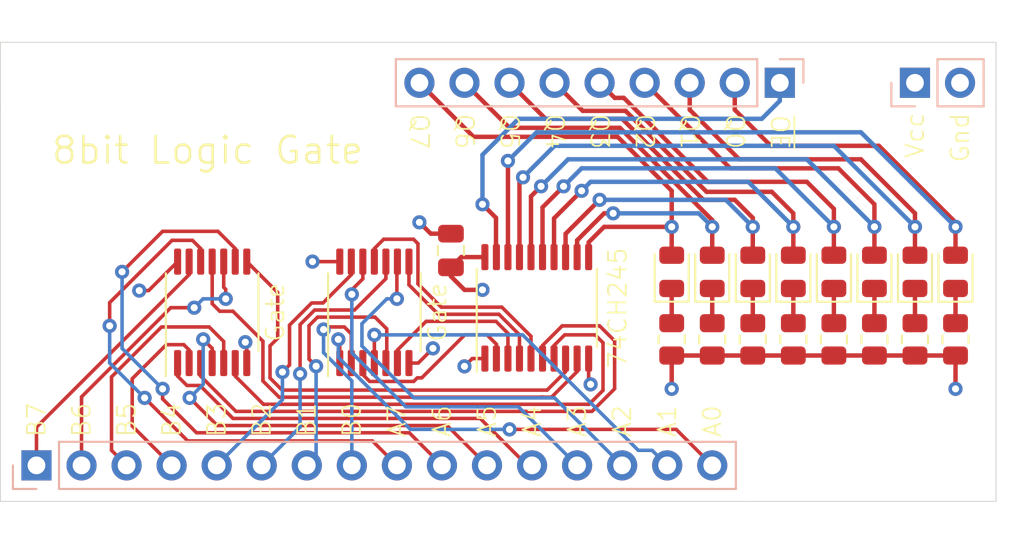
<source format=kicad_pcb>
(kicad_pcb (version 20211014) (generator pcbnew)
  (layers (0 "F.Cu" signal) (1 "In1.Cu" signal) (2 "In2.Cu" signal) (31 "B.Cu" signal) (34 "B.Paste" user) (35 "F.Paste" user) (36 "B.SilkS" user "B.Silkscreen") (37 "F.SilkS" user "F.Silkscreen") (38 "B.Mask" user) (39 "F.Mask" user) (44 "Edge.Cuts" user))
  (net 0 "")
  (net 1 "A0")
  (net 2 "A1")
  (net 3 "A2")
  (net 4 "A3")
  (net 5 "A4")
  (net 6 "A5")
  (net 7 "A6")
  (net 8 "A7")
  (net 9 "B0")
  (net 10 "B1")
  (net 11 "B2")
  (net 12 "B3")
  (net 13 "B4")
  (net 14 "B5")
  (net 15 "B6")
  (net 16 "B7")
  (net 17 "GND")
  (net 18 "VCC")
  (net 19 "Q7")
  (net 20 "Q6")
  (net 21 "Q5")
  (net 22 "Q4")
  (net 23 "Q3")
  (net 24 "Q2")
  (net 25 "Q1")
  (net 26 "Q0")
  (net 27 "~{OUTPUT}")
  (net 28 "Net-(U1-Pad9)")
  (net 29 "Net-(U1-Pad8)")
  (net 30 "Net-(U1-Pad7)")
  (net 31 "Net-(U1-Pad6)")
  (net 32 "Net-(U1-Pad5)")
  (net 33 "Net-(U1-Pad4)")
  (net 34 "Net-(U1-Pad3)")
  (net 35 "Net-(U1-Pad2)")
  (net 36 "Net-(D1-Pad1)")
  (net 37 "Net-(D2-Pad1)")
  (net 38 "Net-(D3-Pad1)")
  (net 39 "Net-(D4-Pad1)")
  (net 40 "Net-(D5-Pad1)")
  (net 41 "Net-(D6-Pad1)")
  (net 42 "Net-(D7-Pad1)")
  (net 43 "Net-(D8-Pad1)")
  (footprint "Package_SO:TSSOP-14_4.4x5mm_P0.65mm" (layer "F.Cu") (at 152.654 118.11 90)
    (fp_text reference "U7" hide)
    (fp_text value "74LS86")
    (fp_text user "Gate" (at 0 3.556 90) (layer "F.SilkS") (effects (font (thickness 0.1))))
    (pad "1" smd roundrect locked (at -2.8625 -1.95 90) (size 1.475 0.4) (layers "F.Cu" "F.Paste" "F.Mask") (net 1 "A0"))
    (pad "2" smd roundrect locked (at -2.8625 -1.3 90) (size 1.475 0.4) (layers "F.Cu" "F.Paste" "F.Mask") (net 9 "B0"))
    (pad "3" smd roundrect locked (at -2.8625 -0.65 90) (size 1.475 0.4) (layers "F.Cu" "F.Paste" "F.Mask") (net 35 "Net-(U1-Pad2)"))
    (pad "4" smd roundrect locked (at -2.8625 0 90) (size 1.475 0.4) (layers "F.Cu" "F.Paste" "F.Mask") (net 2 "A1"))
    (pad "5" smd roundrect locked (at -2.8625 0.65 90) (size 1.475 0.4) (layers "F.Cu" "F.Paste" "F.Mask") (net 10 "B1"))
    (pad "6" smd roundrect locked (at -2.8625 1.3 90) (size 1.475 0.4) (layers "F.Cu" "F.Paste" "F.Mask") (net 34 "Net-(U1-Pad3)"))
    (pad "7" smd roundrect locked (at -2.8625 1.95 90) (size 1.475 0.4) (layers "F.Cu" "F.Paste" "F.Mask") (net 17 "GND"))
    (pad "8" smd roundrect locked (at 2.8625 1.95 90) (size 1.475 0.4) (layers "F.Cu" "F.Paste" "F.Mask") (net 33 "Net-(U1-Pad4)"))
    (pad "9" smd roundrect locked (at 2.8625 1.3 90) (size 1.475 0.4) (layers "F.Cu" "F.Paste" "F.Mask") (net 3 "A2"))
    (pad "10" smd roundrect locked (at 2.8625 0.65 90) (size 1.475 0.4) (layers "F.Cu" "F.Paste" "F.Mask") (net 11 "B2"))
    (pad "11" smd roundrect locked (at 2.8625 0 90) (size 1.475 0.4) (layers "F.Cu" "F.Paste" "F.Mask") (net 32 "Net-(U1-Pad5)"))
    (pad "12" smd roundrect locked (at 2.8625 -0.65 90) (size 1.475 0.4) (layers "F.Cu" "F.Paste" "F.Mask") (net 4 "A3"))
    (pad "13" smd roundrect locked (at 2.8625 -1.3 90) (size 1.475 0.4) (layers "F.Cu" "F.Paste" "F.Mask") (net 12 "B3"))
    (pad "14" smd roundrect locked (at 2.8625 -1.95 90) (size 1.475 0.4) (layers "F.Cu" "F.Paste" "F.Mask") (net 18 "VCC"))
  )
  (footprint "Package_SO:TSSOP-14_4.4x5mm_P0.65mm" (layer "F.Cu") (at 143.51 118.11 90)
    (fp_text reference "U8" hide)
    (fp_text value "74LS86")
    (fp_text user "Gate" (at 0 3.556 90) (layer "F.SilkS") (effects (font (thickness 0.1))))
    (pad "1" smd roundrect locked (at -2.8625 -1.95 90) (size 1.475 0.4) (layers "F.Cu" "F.Paste" "F.Mask") (net 5 "A4"))
    (pad "2" smd roundrect locked (at -2.8625 -1.3 90) (size 1.475 0.4) (layers "F.Cu" "F.Paste" "F.Mask") (net 13 "B4"))
    (pad "3" smd roundrect locked (at -2.8625 -0.65 90) (size 1.475 0.4) (layers "F.Cu" "F.Paste" "F.Mask") (net 31 "Net-(U1-Pad6)"))
    (pad "4" smd roundrect locked (at -2.8625 0 90) (size 1.475 0.4) (layers "F.Cu" "F.Paste" "F.Mask") (net 6 "A5"))
    (pad "5" smd roundrect locked (at -2.8625 0.65 90) (size 1.475 0.4) (layers "F.Cu" "F.Paste" "F.Mask") (net 14 "B5"))
    (pad "6" smd roundrect locked (at -2.8625 1.3 90) (size 1.475 0.4) (layers "F.Cu" "F.Paste" "F.Mask") (net 30 "Net-(U1-Pad7)"))
    (pad "7" smd roundrect locked (at -2.8625 1.95 90) (size 1.475 0.4) (layers "F.Cu" "F.Paste" "F.Mask") (net 17 "GND"))
    (pad "8" smd roundrect locked (at 2.8625 1.95 90) (size 1.475 0.4) (layers "F.Cu" "F.Paste" "F.Mask") (net 29 "Net-(U1-Pad8)"))
    (pad "9" smd roundrect locked (at 2.8625 1.3 90) (size 1.475 0.4) (layers "F.Cu" "F.Paste" "F.Mask") (net 7 "A6"))
    (pad "10" smd roundrect locked (at 2.8625 0.65 90) (size 1.475 0.4) (layers "F.Cu" "F.Paste" "F.Mask") (net 15 "B6"))
    (pad "11" smd roundrect locked (at 2.8625 0 90) (size 1.475 0.4) (layers "F.Cu" "F.Paste" "F.Mask") (net 28 "Net-(U1-Pad9)"))
    (pad "12" smd roundrect locked (at 2.8625 -0.65 90) (size 1.475 0.4) (layers "F.Cu" "F.Paste" "F.Mask") (net 8 "A7"))
    (pad "13" smd roundrect locked (at 2.8625 -1.3 90) (size 1.475 0.4) (layers "F.Cu" "F.Paste" "F.Mask") (net 16 "B7"))
    (pad "14" smd roundrect locked (at 2.8625 -1.95 90) (size 1.475 0.4) (layers "F.Cu" "F.Paste" "F.Mask") (net 18 "VCC"))
  )
  (footprint "Package_SO:TSSOP-20_4.4x6.5mm_P0.65mm" (layer "F.Cu") (at 161.81 117.856 90)
    (fp_text reference "U1" hide)
    (fp_text value "74LS245")
    (fp_text user "74CH245" (at 0 4.56 90) (layer "F.SilkS") (effects (font (thickness 0.1))))
    (pad "1" smd roundrect locked (at -2.8625 -2.925 90) (size 1.475 0.4) (layers "F.Cu" "F.Paste" "F.Mask") (net 18 "VCC"))
    (pad "2" smd roundrect locked (at -2.8625 -2.275 90) (size 1.475 0.4) (layers "F.Cu" "F.Paste" "F.Mask") (net 35 "Net-(U1-Pad2)"))
    (pad "3" smd roundrect locked (at -2.8625 -1.625 90) (size 1.475 0.4) (layers "F.Cu" "F.Paste" "F.Mask") (net 34 "Net-(U1-Pad3)"))
    (pad "4" smd roundrect locked (at -2.8625 -0.975 90) (size 1.475 0.4) (layers "F.Cu" "F.Paste" "F.Mask") (net 33 "Net-(U1-Pad4)"))
    (pad "5" smd roundrect locked (at -2.8625 -0.325 90) (size 1.475 0.4) (layers "F.Cu" "F.Paste" "F.Mask") (net 32 "Net-(U1-Pad5)"))
    (pad "6" smd roundrect locked (at -2.8625 0.325 90) (size 1.475 0.4) (layers "F.Cu" "F.Paste" "F.Mask") (net 31 "Net-(U1-Pad6)"))
    (pad "7" smd roundrect locked (at -2.8625 0.975 90) (size 1.475 0.4) (layers "F.Cu" "F.Paste" "F.Mask") (net 30 "Net-(U1-Pad7)"))
    (pad "8" smd roundrect locked (at -2.8625 1.625 90) (size 1.475 0.4) (layers "F.Cu" "F.Paste" "F.Mask") (net 29 "Net-(U1-Pad8)"))
    (pad "9" smd roundrect locked (at -2.8625 2.275 90) (size 1.475 0.4) (layers "F.Cu" "F.Paste" "F.Mask") (net 28 "Net-(U1-Pad9)"))
    (pad "10" smd roundrect locked (at -2.8625 2.925 90) (size 1.475 0.4) (layers "F.Cu" "F.Paste" "F.Mask") (net 17 "GND"))
    (pad "11" smd roundrect locked (at 2.8625 2.925 90) (size 1.475 0.4) (layers "F.Cu" "F.Paste" "F.Mask") (net 19 "Q7"))
    (pad "12" smd roundrect locked (at 2.8625 2.275 90) (size 1.475 0.4) (layers "F.Cu" "F.Paste" "F.Mask") (net 20 "Q6"))
    (pad "13" smd roundrect locked (at 2.8625 1.625 90) (size 1.475 0.4) (layers "F.Cu" "F.Paste" "F.Mask") (net 21 "Q5"))
    (pad "14" smd roundrect locked (at 2.8625 0.975 90) (size 1.475 0.4) (layers "F.Cu" "F.Paste" "F.Mask") (net 22 "Q4"))
    (pad "15" smd roundrect locked (at 2.8625 0.325 90) (size 1.475 0.4) (layers "F.Cu" "F.Paste" "F.Mask") (net 23 "Q3"))
    (pad "16" smd roundrect locked (at 2.8625 -0.325 90) (size 1.475 0.4) (layers "F.Cu" "F.Paste" "F.Mask") (net 24 "Q2"))
    (pad "17" smd roundrect locked (at 2.8625 -0.975 90) (size 1.475 0.4) (layers "F.Cu" "F.Paste" "F.Mask") (net 25 "Q1"))
    (pad "18" smd roundrect locked (at 2.8625 -1.625 90) (size 1.475 0.4) (layers "F.Cu" "F.Paste" "F.Mask") (net 26 "Q0"))
    (pad "19" smd roundrect locked (at 2.8625 -2.275 90) (size 1.475 0.4) (layers "F.Cu" "F.Paste" "F.Mask") (net 27 "~{OUTPUT}"))
    (pad "20" smd roundrect locked (at 2.8625 -2.925 90) (size 1.475 0.4) (layers "F.Cu" "F.Paste" "F.Mask") (net 18 "VCC"))
  )
  (footprint "Capacitor_SMD:C_0805_2012Metric" (layer "F.Cu") (at 156.972 114.62 90)
    (fp_text reference "C1" hide)
    (fp_text value "C")
    (pad "1" smd roundrect locked (at -0.95 0 90) (size 1 1.45) (layers "F.Cu" "F.Paste" "F.Mask") (net 18 "VCC"))
    (pad "2" smd roundrect locked (at 0.95 0 90) (size 1 1.45) (layers "F.Cu" "F.Paste" "F.Mask") (net 17 "GND"))
  )
  (footprint "LED_SMD:LED_0805_2012Metric" (layer "F.Cu") (at 169.418 115.824 90)
    (fp_text reference "D1" hide)
    (fp_text value "LED")
    (pad "1" smd roundrect locked (at -0.9375 0 90) (size 0.975 1.4) (layers "F.Cu" "F.Paste" "F.Mask") (net 36 "Net-(D1-Pad1)"))
    (pad "2" smd roundrect locked (at 0.9375 0 90) (size 0.975 1.4) (layers "F.Cu" "F.Paste" "F.Mask") (net 19 "Q7"))
  )
  (footprint "LED_SMD:LED_0805_2012Metric" (layer "F.Cu") (at 171.704 115.824 90)
    (fp_text reference "D2" hide)
    (fp_text value "LED")
    (pad "1" smd roundrect locked (at -0.9375 0 90) (size 0.975 1.4) (layers "F.Cu" "F.Paste" "F.Mask") (net 37 "Net-(D2-Pad1)"))
    (pad "2" smd roundrect locked (at 0.9375 0 90) (size 0.975 1.4) (layers "F.Cu" "F.Paste" "F.Mask") (net 20 "Q6"))
  )
  (footprint "LED_SMD:LED_0805_2012Metric" (layer "F.Cu") (at 173.99 115.824 90)
    (fp_text reference "D3" hide)
    (fp_text value "LED")
    (pad "1" smd roundrect locked (at -0.9375 0 90) (size 0.975 1.4) (layers "F.Cu" "F.Paste" "F.Mask") (net 38 "Net-(D3-Pad1)"))
    (pad "2" smd roundrect locked (at 0.9375 0 90) (size 0.975 1.4) (layers "F.Cu" "F.Paste" "F.Mask") (net 21 "Q5"))
  )
  (footprint "LED_SMD:LED_0805_2012Metric" (layer "F.Cu") (at 176.276 115.824 90)
    (fp_text reference "D4" hide)
    (fp_text value "LED")
    (pad "1" smd roundrect locked (at -0.9375 0 90) (size 0.975 1.4) (layers "F.Cu" "F.Paste" "F.Mask") (net 39 "Net-(D4-Pad1)"))
    (pad "2" smd roundrect locked (at 0.9375 0 90) (size 0.975 1.4) (layers "F.Cu" "F.Paste" "F.Mask") (net 22 "Q4"))
  )
  (footprint "LED_SMD:LED_0805_2012Metric" (layer "F.Cu") (at 178.562 115.824 90)
    (fp_text reference "D5" hide)
    (fp_text value "LED")
    (pad "1" smd roundrect locked (at -0.9375 0 90) (size 0.975 1.4) (layers "F.Cu" "F.Paste" "F.Mask") (net 40 "Net-(D5-Pad1)"))
    (pad "2" smd roundrect locked (at 0.9375 0 90) (size 0.975 1.4) (layers "F.Cu" "F.Paste" "F.Mask") (net 23 "Q3"))
  )
  (footprint "LED_SMD:LED_0805_2012Metric" (layer "F.Cu") (at 180.848 115.824 90)
    (fp_text reference "D6" hide)
    (fp_text value "LED")
    (pad "1" smd roundrect locked (at -0.9375 0 90) (size 0.975 1.4) (layers "F.Cu" "F.Paste" "F.Mask") (net 41 "Net-(D6-Pad1)"))
    (pad "2" smd roundrect locked (at 0.9375 0 90) (size 0.975 1.4) (layers "F.Cu" "F.Paste" "F.Mask") (net 24 "Q2"))
  )
  (footprint "LED_SMD:LED_0805_2012Metric" (layer "F.Cu") (at 183.134 115.824 90)
    (fp_text reference "D7" hide)
    (fp_text value "LED")
    (pad "1" smd roundrect locked (at -0.9375 0 90) (size 0.975 1.4) (layers "F.Cu" "F.Paste" "F.Mask") (net 42 "Net-(D7-Pad1)"))
    (pad "2" smd roundrect locked (at 0.9375 0 90) (size 0.975 1.4) (layers "F.Cu" "F.Paste" "F.Mask") (net 25 "Q1"))
  )
  (footprint "LED_SMD:LED_0805_2012Metric" (layer "F.Cu") (at 185.42 115.824 90)
    (fp_text reference "D8" hide)
    (fp_text value "LED")
    (pad "1" smd roundrect locked (at -0.9375 0 90) (size 0.975 1.4) (layers "F.Cu" "F.Paste" "F.Mask") (net 43 "Net-(D8-Pad1)"))
    (pad "2" smd roundrect locked (at 0.9375 0 90) (size 0.975 1.4) (layers "F.Cu" "F.Paste" "F.Mask") (net 26 "Q0"))
  )
  (footprint "Resistor_SMD:R_0805_2012Metric" (layer "F.Cu") (at 169.418 119.634 -90)
    (fp_text reference "R1" hide)
    (fp_text value "R_US")
    (pad "1" smd roundrect locked (at -0.9125 0 270) (size 1.025 1.4) (layers "F.Cu" "F.Paste" "F.Mask") (roundrect_rratio 0.2439014634) (net 36 "Net-(D1-Pad1)"))
    (pad "2" smd roundrect locked (at 0.9125 0 270) (size 1.025 1.4) (layers "F.Cu" "F.Paste" "F.Mask") (roundrect_rratio 0.2439014634) (net 17 "GND"))
  )
  (footprint "Resistor_SMD:R_0805_2012Metric" (layer "F.Cu") (at 171.704 119.634 -90)
    (fp_text reference "R2" hide)
    (fp_text value "R_US")
    (pad "1" smd roundrect locked (at -0.9125 0 270) (size 1.025 1.4) (layers "F.Cu" "F.Paste" "F.Mask") (roundrect_rratio 0.2439014634) (net 37 "Net-(D2-Pad1)"))
    (pad "2" smd roundrect locked (at 0.9125 0 270) (size 1.025 1.4) (layers "F.Cu" "F.Paste" "F.Mask") (roundrect_rratio 0.2439014634) (net 17 "GND"))
  )
  (footprint "Resistor_SMD:R_0805_2012Metric" (layer "F.Cu") (at 173.99 119.634 -90)
    (fp_text reference "R3" hide)
    (fp_text value "R_US")
    (pad "1" smd roundrect locked (at -0.9125 0 270) (size 1.025 1.4) (layers "F.Cu" "F.Paste" "F.Mask") (roundrect_rratio 0.2439014634) (net 38 "Net-(D3-Pad1)"))
    (pad "2" smd roundrect locked (at 0.9125 0 270) (size 1.025 1.4) (layers "F.Cu" "F.Paste" "F.Mask") (roundrect_rratio 0.2439014634) (net 17 "GND"))
  )
  (footprint "Resistor_SMD:R_0805_2012Metric" (layer "F.Cu") (at 176.276 119.634 -90)
    (fp_text reference "R4" hide)
    (fp_text value "R_US")
    (pad "1" smd roundrect locked (at -0.9125 0 270) (size 1.025 1.4) (layers "F.Cu" "F.Paste" "F.Mask") (roundrect_rratio 0.2439014634) (net 39 "Net-(D4-Pad1)"))
    (pad "2" smd roundrect locked (at 0.9125 0 270) (size 1.025 1.4) (layers "F.Cu" "F.Paste" "F.Mask") (roundrect_rratio 0.2439014634) (net 17 "GND"))
  )
  (footprint "Resistor_SMD:R_0805_2012Metric" (layer "F.Cu") (at 178.562 119.634 -90)
    (fp_text reference "R5" hide)
    (fp_text value "R_US")
    (pad "1" smd roundrect locked (at -0.9125 0 270) (size 1.025 1.4) (layers "F.Cu" "F.Paste" "F.Mask") (roundrect_rratio 0.2439014634) (net 40 "Net-(D5-Pad1)"))
    (pad "2" smd roundrect locked (at 0.9125 0 270) (size 1.025 1.4) (layers "F.Cu" "F.Paste" "F.Mask") (roundrect_rratio 0.2439014634) (net 17 "GND"))
  )
  (footprint "Resistor_SMD:R_0805_2012Metric" (layer "F.Cu") (at 180.848 119.634 -90)
    (fp_text reference "R6" hide)
    (fp_text value "R_US")
    (pad "1" smd roundrect locked (at -0.9125 0 270) (size 1.025 1.4) (layers "F.Cu" "F.Paste" "F.Mask") (roundrect_rratio 0.2439014634) (net 41 "Net-(D6-Pad1)"))
    (pad "2" smd roundrect locked (at 0.9125 0 270) (size 1.025 1.4) (layers "F.Cu" "F.Paste" "F.Mask") (roundrect_rratio 0.2439014634) (net 17 "GND"))
  )
  (footprint "Resistor_SMD:R_0805_2012Metric" (layer "F.Cu") (at 183.134 119.634 -90)
    (fp_text reference "R7" hide)
    (fp_text value "R_US")
    (pad "1" smd roundrect locked (at -0.9125 0 270) (size 1.025 1.4) (layers "F.Cu" "F.Paste" "F.Mask") (roundrect_rratio 0.2439014634) (net 42 "Net-(D7-Pad1)"))
    (pad "2" smd roundrect locked (at 0.9125 0 270) (size 1.025 1.4) (layers "F.Cu" "F.Paste" "F.Mask") (roundrect_rratio 0.2439014634) (net 17 "GND"))
  )
  (footprint "Resistor_SMD:R_0805_2012Metric" (layer "F.Cu") (at 185.42 119.634 -90)
    (fp_text reference "R8" hide)
    (fp_text value "R_US")
    (pad "1" smd roundrect locked (at -0.9125 0 270) (size 1.025 1.4) (layers "F.Cu" "F.Paste" "F.Mask") (roundrect_rratio 0.2439014634) (net 43 "Net-(D8-Pad1)"))
    (pad "2" smd roundrect locked (at 0.9125 0 270) (size 1.025 1.4) (layers "F.Cu" "F.Paste" "F.Mask") (roundrect_rratio 0.2439014634) (net 17 "GND"))
  )
  (footprint "Connector_PinSocket_2.54mm:PinSocket_1x16_P2.54mm_Vertical" (layer "B.Cu") (at 133.604 126.746 -90)
    (fp_text reference "J1" hide)
    (fp_text value "Conn_01x16")
    (pad "1" thru_hole rect locked (at 0 0 270) (size 1.7 1.7) (drill 1) (layers *.Cu *.Mask) (net 16 "B7"))
    (pad "2" thru_hole oval locked (at 0 -2.54 270) (size 1.7 1.7) (drill 1) (layers *.Cu *.Mask) (net 15 "B6"))
    (pad "3" thru_hole oval locked (at 0 -5.08 270) (size 1.7 1.7) (drill 1) (layers *.Cu *.Mask) (net 14 "B5"))
    (pad "4" thru_hole oval locked (at 0 -7.62 270) (size 1.7 1.7) (drill 1) (layers *.Cu *.Mask) (net 13 "B4"))
    (pad "5" thru_hole oval locked (at 0 -10.16 270) (size 1.7 1.7) (drill 1) (layers *.Cu *.Mask) (net 12 "B3"))
    (pad "6" thru_hole oval locked (at 0 -12.7 270) (size 1.7 1.7) (drill 1) (layers *.Cu *.Mask) (net 11 "B2"))
    (pad "7" thru_hole oval locked (at 0 -15.24 270) (size 1.7 1.7) (drill 1) (layers *.Cu *.Mask) (net 10 "B1"))
    (pad "8" thru_hole oval locked (at 0 -17.78 270) (size 1.7 1.7) (drill 1) (layers *.Cu *.Mask) (net 9 "B0"))
    (pad "9" thru_hole oval locked (at 0 -20.32 270) (size 1.7 1.7) (drill 1) (layers *.Cu *.Mask) (net 8 "A7"))
    (pad "10" thru_hole oval locked (at 0 -22.86 270) (size 1.7 1.7) (drill 1) (layers *.Cu *.Mask) (net 7 "A6"))
    (pad "11" thru_hole oval locked (at 0 -25.4 270) (size 1.7 1.7) (drill 1) (layers *.Cu *.Mask) (net 6 "A5"))
    (pad "12" thru_hole oval locked (at 0 -27.94 270) (size 1.7 1.7) (drill 1) (layers *.Cu *.Mask) (net 5 "A4"))
    (pad "13" thru_hole oval locked (at 0 -30.48 270) (size 1.7 1.7) (drill 1) (layers *.Cu *.Mask) (net 4 "A3"))
    (pad "14" thru_hole oval locked (at 0 -33.02 270) (size 1.7 1.7) (drill 1) (layers *.Cu *.Mask) (net 3 "A2"))
    (pad "15" thru_hole oval locked (at 0 -35.56 270) (size 1.7 1.7) (drill 1) (layers *.Cu *.Mask) (net 2 "A1"))
    (pad "16" thru_hole oval locked (at 0 -38.1 270) (size 1.7 1.7) (drill 1) (layers *.Cu *.Mask) (net 1 "A0"))
  )
  (footprint "Connector_PinSocket_2.54mm:PinSocket_1x02_P2.54mm_Vertical" (layer "B.Cu") (at 183.134 105.156 -90)
    (fp_text reference "J2" hide)
    (fp_text value "Conn_01x02")
    (pad "1" thru_hole rect locked (at 0 0 270) (size 1.7 1.7) (drill 1) (layers *.Cu *.Mask) (net 18 "VCC"))
    (pad "2" thru_hole oval locked (at 0 -2.54 270) (size 1.7 1.7) (drill 1) (layers *.Cu *.Mask) (net 17 "GND"))
  )
  (footprint "Connector_PinSocket_2.54mm:PinSocket_1x09_P2.54mm_Vertical" (layer "B.Cu") (at 175.514 105.156 90)
    (fp_text reference "J3" hide)
    (fp_text value "Conn_01x09")
    (pad "1" thru_hole rect locked (at 0 0 90) (size 1.7 1.7) (drill 1) (layers *.Cu *.Mask) (net 27 "~{OUTPUT}"))
    (pad "2" thru_hole oval locked (at 0 -2.54 90) (size 1.7 1.7) (drill 1) (layers *.Cu *.Mask) (net 26 "Q0"))
    (pad "3" thru_hole oval locked (at 0 -5.08 90) (size 1.7 1.7) (drill 1) (layers *.Cu *.Mask) (net 25 "Q1"))
    (pad "4" thru_hole oval locked (at 0 -7.62 90) (size 1.7 1.7) (drill 1) (layers *.Cu *.Mask) (net 24 "Q2"))
    (pad "5" thru_hole oval locked (at 0 -10.16 90) (size 1.7 1.7) (drill 1) (layers *.Cu *.Mask) (net 23 "Q3"))
    (pad "6" thru_hole oval locked (at 0 -12.7 90) (size 1.7 1.7) (drill 1) (layers *.Cu *.Mask) (net 22 "Q4"))
    (pad "7" thru_hole oval locked (at 0 -15.24 90) (size 1.7 1.7) (drill 1) (layers *.Cu *.Mask) (net 21 "Q5"))
    (pad "8" thru_hole oval locked (at 0 -17.78 90) (size 1.7 1.7) (drill 1) (layers *.Cu *.Mask) (net 20 "Q6"))
    (pad "9" thru_hole oval locked (at 0 -20.32 90) (size 1.7 1.7) (drill 1) (layers *.Cu *.Mask) (net 19 "Q7"))
  )
  (gr_line (start 187.706 128.778) (end 173.736 128.778) (layer "Edge.Cuts") (width 0.05))
  (gr_line (start 187.706 102.87) (end 187.706 106.68) (layer "Edge.Cuts") (width 0.05))
  (gr_line (start 131.572 102.87) (end 131.572 106.68) (layer "Edge.Cuts") (width 0.05))
  (gr_line (start 156.972 102.87) (end 187.706 102.87) (layer "Edge.Cuts") (width 0.05))
  (gr_line (start 187.706 106.68) (end 187.706 128.778) (layer "Edge.Cuts") (width 0.05))
  (gr_line (start 156.972 102.87) (end 131.572 102.87) (layer "Edge.Cuts") (width 0.05))
  (gr_line (start 131.572 128.778) (end 131.572 106.68) (layer "Edge.Cuts") (width 0.05))
  (gr_line (start 173.736 128.778) (end 131.572 128.778) (layer "Edge.Cuts") (width 0.05))
  (gr_text "Q6" (at 157.734 108.966 270) (layer "F.SilkS") (effects (font (size 1 1) (thickness 0.1)) (justify right)))
  (gr_text "Q7" (at 155.194 108.966 270) (layer "F.SilkS") (effects (font (size 1 1) (thickness 0.1)) (justify right)))
  (gr_text "Q0" (at 172.974 108.966 270) (layer "F.SilkS") (effects (font (size 1 1) (thickness 0.1)) (justify right)))
  (gr_text "Q1" (at 170.434 108.966 270) (layer "F.SilkS") (effects (font (size 1 1) (thickness 0.1)) (justify right)))
  (gr_text "Q2" (at 167.894 108.966 270) (layer "F.SilkS") (effects (font (size 1 1) (thickness 0.1)) (justify right)))
  (gr_text "Q3" (at 165.354 108.966 270) (layer "F.SilkS") (effects (font (size 1 1) (thickness 0.1)) (justify right)))
  (gr_text "Q4" (at 162.814 108.966 270) (layer "F.SilkS") (effects (font (size 1 1) (thickness 0.1)) (justify right)))
  (gr_text "Q5" (at 160.274 108.966 270) (layer "F.SilkS") (effects (font (size 1 1) (thickness 0.1)) (justify right)))
  (gr_text "B7" (at 133.604 125.222 90) (layer "F.SilkS") (effects (font (size 1 1) (thickness 0.1)) (justify left)))
  (gr_text "B6" (at 136.144 125.222 90) (layer "F.SilkS") (effects (font (size 1 1) (thickness 0.1)) (justify left)))
  (gr_text "B5" (at 138.684 125.222 90) (layer "F.SilkS") (effects (font (size 1 1) (thickness 0.1)) (justify left)))
  (gr_text "B4" (at 141.224 125.222 90) (layer "F.SilkS") (effects (font (size 1 1) (thickness 0.1)) (justify left)))
  (gr_text "B3" (at 143.764 125.222 90) (layer "F.SilkS") (effects (font (size 1 1) (thickness 0.1)) (justify left)))
  (gr_text "B2" (at 146.304 125.222 90) (layer "F.SilkS") (effects (font (size 1 1) (thickness 0.1)) (justify left)))
  (gr_text "B1" (at 148.844 125.222 90) (layer "F.SilkS") (effects (font (size 1 1) (thickness 0.1)) (justify left)))
  (gr_text "B0" (at 151.384 125.222 90) (layer "F.SilkS") (effects (font (size 1 1) (thickness 0.1)) (justify left)))
  (gr_text "A7" (at 153.924 125.222 90) (layer "F.SilkS") (effects (font (size 1 1) (thickness 0.1)) (justify left)))
  (gr_text "A6" (at 156.464 125.222 90) (layer "F.SilkS") (effects (font (size 1 1) (thickness 0.1)) (justify left)))
  (gr_text "A5" (at 159.004 125.222 90) (layer "F.SilkS") (effects (font (size 1 1) (thickness 0.1)) (justify left)))
  (gr_text "A4" (at 161.544 125.222 90) (layer "F.SilkS") (effects (font (size 1 1) (thickness 0.1)) (justify left)))
  (gr_text "A3" (at 164.084 125.222 90) (layer "F.SilkS") (effects (font (size 1 1) (thickness 0.1)) (justify left)))
  (gr_text "A2" (at 166.624 125.222 90) (layer "F.SilkS") (effects (font (size 1 1) (thickness 0.1)) (justify left)))
  (gr_text "A1" (at 169.164 125.222 90) (layer "F.SilkS") (effects (font (size 1 1) (thickness 0.1)) (justify left)))
  (gr_text "A0" (at 171.704 125.222 90) (layer "F.SilkS") (effects (font (size 1 1) (thickness 0.1)) (justify left)))
  (gr_text "Vcc" (at 183.134 109.474 90) (layer "F.SilkS") (effects (font (size 1 1) (thickness 0.1)) (justify left)))
  (gr_text "Gnd" (at 185.674 109.728 90) (layer "F.SilkS") (effects (font (size 1 1) (thickness 0.1)) (justify left)))
  (gr_text "8bit Logic Gate\n" (at 134.366 108.966) (layer "F.SilkS") (effects (font (size 1.5 1.5)) (justify left)))
  (gr_text "~{OE}" (at 175.514 107.95 270) (layer "F.SilkS") (effects (font (size 1 1) (thickness 0.1))))
  (segment (start 169.672 124.714) (end 160.274 124.714) (width 0.2) (layer "F.Cu") (net 1))
  (segment (start 150.704 119.552) (end 150.622 119.634) (width 0.2) (layer "F.Cu") (net 1))
  (segment (start 150.704 120.9725) (end 150.704 119.552) (width 0.2) (layer "F.Cu") (net 1))
  (segment (start 171.704 126.746) (end 169.672 124.714) (width 0.2) (layer "F.Cu") (net 1))
  (via (at 150.622 119.634) (size 0.8) (drill 0.4) (layers "F.Cu" "B.Cu") (net 1))
  (via (at 160.274 124.714) (size 0.8) (drill 0.4) (layers "F.Cu" "B.Cu") (net 1))
  (segment (start 150.622 119.634) (end 150.622 120.65) (width 0.2) (layer "B.Cu") (net 1))
  (segment (start 150.622 120.65) (end 154.686 124.714) (width 0.2) (layer "B.Cu") (net 1))
  (segment (start 154.686 124.714) (end 160.274 124.714) (width 0.2) (layer "B.Cu") (net 1))
  (segment (start 152.654 119.38) (end 152.654 120.9725) (width 0.2) (layer "F.Cu") (net 2))
  (via (at 152.654 119.38) (size 0.8) (drill 0.4) (layers "F.Cu" "B.Cu") (net 2))
  (segment (start 153.219685 119.38) (end 152.654 119.38) (width 0.2) (layer "B.Cu") (net 2))
  (segment (start 169.164 126.746) (end 168.314001 125.896001) (width 0.2) (layer "B.Cu") (net 2))
  (segment (start 167.531999 125.896001) (end 161.015998 119.38) (width 0.2) (layer "B.Cu") (net 2))
  (segment (start 168.314001 125.896001) (end 167.531999 125.896001) (width 0.2) (layer "B.Cu") (net 2))
  (segment (start 161.015998 119.38) (end 153.219685 119.38) (width 0.2) (layer "B.Cu") (net 2))
  (segment (start 153.924 115.2775) (end 153.954 115.2475) (width 0.2) (layer "F.Cu") (net 3))
  (segment (start 153.924 117.348) (end 153.924 115.2775) (width 0.2) (layer "F.Cu") (net 3))
  (via (at 153.924 117.348) (size 0.8) (drill 0.4) (layers "F.Cu" "B.Cu") (net 3))
  (segment (start 154.8823 122.936) (end 151.953998 120.007698) (width 0.2) (layer "B.Cu") (net 3))
  (segment (start 151.953998 118.752317) (end 153.358315 117.348) (width 0.2) (layer "B.Cu") (net 3))
  (segment (start 153.358315 117.348) (end 153.924 117.348) (width 0.2) (layer "B.Cu") (net 3))
  (segment (start 166.624 126.746) (end 162.814 122.936) (width 0.2) (layer "B.Cu") (net 3))
  (segment (start 151.953998 120.007698) (end 151.953998 118.752317) (width 0.2) (layer "B.Cu") (net 3))
  (segment (start 162.814 122.936) (end 154.8823 122.936) (width 0.2) (layer "B.Cu") (net 3))
  (segment (start 151.384 116.84) (end 151.384 117.094) (width 0.2) (layer "F.Cu") (net 4))
  (segment (start 152.004 116.22) (end 151.384 116.84) (width 0.2) (layer "F.Cu") (net 4))
  (segment (start 152.004 115.2475) (end 152.004 116.22) (width 0.2) (layer "F.Cu") (net 4))
  (via (at 151.384 117.094) (size 0.8) (drill 0.4) (layers "F.Cu" "B.Cu") (net 4))
  (segment (start 160.782 123.444) (end 164.084 126.746) (width 0.2) (layer "B.Cu") (net 4))
  (segment (start 151.384 117.094) (end 151.384 120.396) (width 0.2) (layer "B.Cu") (net 4))
  (segment (start 154.432 123.444) (end 160.782 123.444) (width 0.2) (layer "B.Cu") (net 4))
  (segment (start 151.384 120.396) (end 154.432 123.444) (width 0.2) (layer "B.Cu") (net 4))
  (segment (start 141.56 121.71) (end 142.085999 122.235999) (width 0.2) (layer "F.Cu") (net 5))
  (segment (start 142.085999 122.235999) (end 142.820299 122.235999) (width 0.2) (layer "F.Cu") (net 5))
  (segment (start 144.682311 124.098011) (end 158.622009 124.098011) (width 0.2) (layer "F.Cu") (net 5))
  (segment (start 161.269998 126.746) (end 161.544 126.746) (width 0.2) (layer "F.Cu") (net 5))
  (segment (start 142.820299 122.235999) (end 144.682311 124.098011) (width 0.2) (layer "F.Cu") (net 5))
  (segment (start 158.622009 124.098011) (end 161.269998 126.746) (width 0.2) (layer "F.Cu") (net 5))
  (segment (start 141.56 120.9725) (end 141.56 121.71) (width 0.2) (layer "F.Cu") (net 5))
  (segment (start 156.756022 124.498022) (end 143.802022 124.498022) (width 0.2) (layer "F.Cu") (net 6))
  (segment (start 143.51 120.142) (end 143.51 120.9725) (width 0.2) (layer "F.Cu") (net 6))
  (segment (start 143.802022 124.498022) (end 142.24 122.936) (width 0.2) (layer "F.Cu") (net 6))
  (segment (start 159.004 126.746) (end 156.756022 124.498022) (width 0.2) (layer "F.Cu") (net 6))
  (segment (start 143.002 119.634) (end 143.51 120.142) (width 0.2) (layer "F.Cu") (net 6))
  (via (at 143.002 119.634) (size 0.8) (drill 0.4) (layers "F.Cu" "B.Cu") (net 6))
  (via (at 142.24 122.936) (size 0.8) (drill 0.4) (layers "F.Cu" "B.Cu") (net 6))
  (segment (start 143.002 119.634) (end 143.002 122.174) (width 0.2) (layer "B.Cu") (net 6))
  (segment (start 143.002 122.174) (end 142.24 122.936) (width 0.2) (layer "B.Cu") (net 6))
  (segment (start 144.81 114.51) (end 143.838 113.538) (width 0.2) (layer "F.Cu") (net 7))
  (segment (start 140.716 122.993685) (end 140.716 122.428) (width 0.2) (layer "F.Cu") (net 7))
  (segment (start 142.628316 124.906001) (end 140.716 122.993685) (width 0.2) (layer "F.Cu") (net 7))
  (segment (start 143.838 113.538) (end 140.716 113.538) (width 0.2) (layer "F.Cu") (net 7))
  (segment (start 154.624002 124.906002) (end 142.628316 124.906001) (width 0.2) (layer "F.Cu") (net 7))
  (segment (start 144.81 115.2475) (end 144.81 114.51) (width 0.2) (layer "F.Cu") (net 7))
  (segment (start 156.464 126.746) (end 154.624002 124.906002) (width 0.2) (layer "F.Cu") (net 7))
  (segment (start 140.716 113.538) (end 138.43 115.824) (width 0.2) (layer "F.Cu") (net 7))
  (via (at 138.43 115.824) (size 0.8) (drill 0.4) (layers "F.Cu" "B.Cu") (net 7))
  (via (at 140.716 122.428) (size 0.8) (drill 0.4) (layers "F.Cu" "B.Cu") (net 7))
  (segment (start 138.43 120.142) (end 140.716 122.428) (width 0.2) (layer "B.Cu") (net 7))
  (segment (start 138.43 115.824) (end 138.43 120.142) (width 0.2) (layer "B.Cu") (net 7))
  (segment (start 152.545999 125.367999) (end 142.131999 125.367999) (width 0.2) (layer "F.Cu") (net 8))
  (segment (start 142.396 114.046) (end 141.244002 114.046) (width 0.2) (layer "F.Cu") (net 8))
  (segment (start 137.72999 117.560012) (end 137.72999 118.872) (width 0.2) (layer "F.Cu") (net 8))
  (segment (start 142.86 115.2475) (end 142.86 114.51) (width 0.2) (layer "F.Cu") (net 8))
  (segment (start 142.131999 125.367999) (end 139.7 122.936) (width 0.2) (layer "F.Cu") (net 8))
  (segment (start 153.924 126.746) (end 152.545999 125.367999) (width 0.2) (layer "F.Cu") (net 8))
  (segment (start 141.244002 114.046) (end 137.72999 117.560012) (width 0.2) (layer "F.Cu") (net 8))
  (segment (start 142.86 114.51) (end 142.396 114.046) (width 0.2) (layer "F.Cu") (net 8))
  (via (at 139.7 122.936) (size 0.8) (drill 0.4) (layers "F.Cu" "B.Cu") (net 8))
  (via (at 137.72999 118.872) (size 0.8) (drill 0.4) (layers "F.Cu" "B.Cu") (net 8))
  (segment (start 137.72999 120.96599) (end 139.7 122.936) (width 0.2) (layer "B.Cu") (net 8))
  (segment (start 137.72999 118.872) (end 137.72999 120.96599) (width 0.2) (layer "B.Cu") (net 8))
  (segment (start 150.958002 118.933998) (end 149.935236 118.933998) (width 0.2) (layer "F.Cu") (net 9))
  (segment (start 151.354 119.329996) (end 150.958002 118.933998) (width 0.2) (layer "F.Cu") (net 9))
  (segment (start 151.354 120.9725) (end 151.354 119.329996) (width 0.2) (layer "F.Cu") (net 9))
  (segment (start 149.935236 118.933998) (end 149.78994 119.079294) (width 0.2) (layer "F.Cu") (net 9))
  (via (at 149.78994 119.079294) (size 0.8) (drill 0.4) (layers "F.Cu" "B.Cu") (net 9))
  (segment (start 149.78994 120.38364) (end 149.78994 119.079294) (width 0.2) (layer "B.Cu") (net 9))
  (segment (start 151.384 126.746) (end 151.384 121.9777) (width 0.2) (layer "B.Cu") (net 9))
  (segment (start 151.384 121.9777) (end 149.78994 120.38364) (width 0.2) (layer "B.Cu") (net 9))
  (segment (start 149.453939 118.379293) (end 148.969316 118.863916) (width 0.2) (layer "F.Cu") (net 10))
  (segment (start 148.969316 118.863916) (end 148.969316 120.749613) (width 0.2) (layer "F.Cu") (net 10))
  (segment (start 153.354001 120.922499) (end 153.354001 119.043999) (width 0.2) (layer "F.Cu") (net 10))
  (segment (start 148.969316 120.749613) (end 149.369315 121.149612) (width 0.2) (layer "F.Cu") (net 10))
  (segment (start 153.354001 119.043999) (end 152.689295 118.379293) (width 0.2) (layer "F.Cu") (net 10))
  (segment (start 152.689295 118.379293) (end 149.453939 118.379293) (width 0.2) (layer "F.Cu") (net 10))
  (segment (start 153.304 120.9725) (end 153.354001 120.922499) (width 0.2) (layer "F.Cu") (net 10))
  (via (at 149.369315 121.149612) (size 0.8) (drill 0.4) (layers "F.Cu" "B.Cu") (net 10))
  (segment (start 148.844 126.746) (end 149.369315 126.220685) (width 0.2) (layer "B.Cu") (net 10))
  (segment (start 149.369315 126.220685) (end 149.369315 121.149612) (width 0.2) (layer "B.Cu") (net 10))
  (segment (start 153.304 116.210004) (end 151.534722 117.979282) (width 0.2) (layer "F.Cu") (net 11))
  (segment (start 148.46618 118.801352) (end 148.46618 121.578999) (width 0.2) (layer "F.Cu") (net 11))
  (segment (start 151.534722 117.979282) (end 149.28825 117.979282) (width 0.2) (layer "F.Cu") (net 11))
  (segment (start 149.28825 117.979282) (end 148.46618 118.801352) (width 0.2) (layer "F.Cu") (net 11))
  (segment (start 153.304 115.2475) (end 153.304 116.210004) (width 0.2) (layer "F.Cu") (net 11))
  (via (at 148.46618 121.578999) (size 0.8) (drill 0.4) (layers "F.Cu" "B.Cu") (net 11))
  (segment (start 148.46618 124.58382) (end 148.46618 121.578999) (width 0.2) (layer "B.Cu") (net 11))
  (segment (start 146.304 126.746) (end 148.46618 124.58382) (width 0.2) (layer "B.Cu") (net 11))
  (segment (start 147.871274 121.078158) (end 147.471275 121.478157) (width 0.2) (layer "F.Cu") (net 12))
  (segment (start 147.871274 118.830558) (end 147.871274 121.078158) (width 0.2) (layer "F.Cu") (net 12))
  (segment (start 149.122561 117.579271) (end 147.871274 118.830558) (width 0.2) (layer "F.Cu") (net 12))
  (segment (start 149.759729 117.579271) (end 149.122561 117.579271) (width 0.2) (layer "F.Cu") (net 12))
  (segment (start 151.354 115.2475) (end 151.354 115.985) (width 0.2) (layer "F.Cu") (net 12))
  (segment (start 151.354 115.985) (end 149.759729 117.579271) (width 0.2) (layer "F.Cu") (net 12))
  (via (at 147.471275 121.478157) (size 0.8) (drill 0.4) (layers "F.Cu" "B.Cu") (net 12))
  (segment (start 147.471275 123.038725) (end 147.471275 121.478157) (width 0.2) (layer "B.Cu") (net 12))
  (segment (start 143.764 126.746) (end 147.471275 123.038725) (width 0.2) (layer "B.Cu") (net 12))
  (segment (start 138.999993 124.521993) (end 141.224 126.746) (width 0.2) (layer "F.Cu") (net 13))
  (segment (start 142.21 120.9725) (end 142.21 120.235) (width 0.2) (layer "F.Cu") (net 13))
  (segment (start 138.999993 121.858007) (end 138.999993 124.521993) (width 0.2) (layer "F.Cu") (net 13))
  (segment (start 142.21 120.235) (end 141.90999 119.93499) (width 0.2) (layer "F.Cu") (net 13))
  (segment (start 141.90999 119.93499) (end 140.92301 119.93499) (width 0.2) (layer "F.Cu") (net 13))
  (segment (start 140.92301 119.93499) (end 138.999993 121.858007) (width 0.2) (layer "F.Cu") (net 13))
  (segment (start 137.834001 121.753999) (end 137.834001 125.896001) (width 0.2) (layer "F.Cu") (net 14))
  (segment (start 144.16 120.9725) (end 144.16 119.755998) (width 0.2) (layer "F.Cu") (net 14))
  (segment (start 137.834001 125.896001) (end 138.684 126.746) (width 0.2) (layer "F.Cu") (net 14))
  (segment (start 140.654001 118.933999) (end 137.834001 121.753999) (width 0.2) (layer "F.Cu") (net 14))
  (segment (start 143.338001 118.933999) (end 140.654001 118.933999) (width 0.2) (layer "F.Cu") (net 14))
  (segment (start 144.16 119.755998) (end 143.338001 118.933999) (width 0.2) (layer "F.Cu") (net 14))
  (segment (start 136.144 126.746) (end 136.144 122.8783) (width 0.2) (layer "F.Cu") (net 15))
  (segment (start 144.272 116.81) (end 144.272 117.348) (width 0.2) (layer "F.Cu") (net 15))
  (segment (start 144.16 115.2475) (end 144.16 116.698) (width 0.2) (layer "F.Cu") (net 15))
  (segment (start 141.174794 117.847506) (end 142.495411 117.847506) (width 0.2) (layer "F.Cu") (net 15))
  (segment (start 136.144 122.8783) (end 141.174794 117.847506) (width 0.2) (layer "F.Cu") (net 15))
  (segment (start 144.16 116.698) (end 144.272 116.81) (width 0.2) (layer "F.Cu") (net 15))
  (via (at 142.495411 117.847506) (size 0.8) (drill 0.4) (layers "F.Cu" "B.Cu") (net 15))
  (via (at 144.272 117.348) (size 0.8) (drill 0.4) (layers "F.Cu" "B.Cu") (net 15))
  (segment (start 142.994917 117.348) (end 142.495411 117.847506) (width 0.2) (layer "B.Cu") (net 15))
  (segment (start 144.272 117.348) (end 142.994917 117.348) (width 0.2) (layer "B.Cu") (net 15))
  (segment (start 142.21 115.2475) (end 142.21 115.985) (width 0.2) (layer "F.Cu") (net 16))
  (segment (start 142.21 115.985) (end 133.604 124.591) (width 0.2) (layer "F.Cu") (net 16))
  (segment (start 133.604 124.591) (end 133.604 126.746) (width 0.2) (layer "F.Cu") (net 16))
  (segment (start 156.972 113.67) (end 155.834 113.67) (width 0.25) (layer "F.Cu") (net 17))
  (segment (start 169.418 122.174) (end 169.418 122.428) (width 0.25) (layer "F.Cu") (net 17))
  (segment (start 169.418 120.5465) (end 185.42 120.5465) (width 0.25) (layer "F.Cu") (net 17))
  (segment (start 145.46 119.874468) (end 145.37775 119.792218) (width 0.2) (layer "F.Cu") (net 17))
  (segment (start 154.604 120.9725) (end 155.1255 120.9725) (width 0.2) (layer "F.Cu") (net 17))
  (segment (start 164.735 120.7185) (end 164.735 122.063) (width 0.2) (layer "F.Cu") (net 17))
  (segment (start 155.834 113.67) (end 155.194 113.03) (width 0.25) (layer "F.Cu") (net 17))
  (segment (start 145.46 120.9725) (end 145.46 119.874468) (width 0.2) (layer "F.Cu") (net 17))
  (segment (start 169.418 120.5465) (end 169.418 122.174) (width 0.25) (layer "F.Cu") (net 17))
  (segment (start 155.1255 120.9725) (end 155.956 120.142) (width 0.2) (layer "F.Cu") (net 17))
  (segment (start 185.42 120.5465) (end 185.42 122.428) (width 0.25) (layer "F.Cu") (net 17))
  (segment (start 164.735 122.063) (end 164.846 122.174) (width 0.2) (layer "F.Cu") (net 17))
  (via (at 164.846 122.174) (size 0.8) (drill 0.4) (layers "F.Cu" "B.Cu") (net 17))
  (via (at 145.37775 119.792218) (size 0.8) (drill 0.4) (layers "F.Cu" "B.Cu") (net 17))
  (via (at 155.194 113.03) (size 0.8) (drill 0.4) (layers "F.Cu" "B.Cu") (net 17))
  (via (at 155.956 120.142) (size 0.8) (drill 0.4) (layers "F.Cu" "B.Cu") (net 17))
  (via (at 169.418 122.428) (size 0.8) (drill 0.4) (layers "F.Cu" "B.Cu") (net 17))
  (via (at 185.42 122.428) (size 0.8) (drill 0.4) (layers "F.Cu" "B.Cu") (net 17))
  (segment (start 158.885 114.9935) (end 157.5485 114.9935) (width 0.25) (layer "F.Cu") (net 18))
  (segment (start 156.972 115.57) (end 156.972 116.078) (width 0.25) (layer "F.Cu") (net 18))
  (segment (start 139.925641 116.881859) (end 139.398107 116.881859) (width 0.2) (layer "F.Cu") (net 18))
  (segment (start 158.885 120.7185) (end 158.1735 120.7185) (width 0.2) (layer "F.Cu") (net 18))
  (segment (start 156.972 116.078) (end 157.734 116.84) (width 0.25) (layer "F.Cu") (net 18))
  (segment (start 157.734 116.84) (end 158.75 116.84) (width 0.25) (layer "F.Cu") (net 18))
  (segment (start 158.1735 120.7185) (end 157.734 121.158) (width 0.2) (layer "F.Cu") (net 18))
  (segment (start 157.5485 114.9935) (end 156.972 115.57) (width 0.25) (layer "F.Cu") (net 18))
  (segment (start 150.704 115.2475) (end 149.1665 115.2475) (width 0.2) (layer "F.Cu") (net 18))
  (segment (start 141.56 115.2475) (end 139.925641 116.881859) (width 0.2) (layer "F.Cu") (net 18))
  (via (at 157.734 121.158) (size 0.8) (drill 0.4) (layers "F.Cu" "B.Cu") (net 18))
  (via (at 149.1665 115.2475) (size 0.8) (drill 0.4) (layers "F.Cu" "B.Cu") (net 18))
  (via (at 139.398107 116.881859) (size 0.8) (drill 0.4) (layers "F.Cu" "B.Cu") (net 18))
  (via (at 158.75 116.84) (size 0.8) (drill 0.4) (layers "F.Cu" "B.Cu") (net 18))
  (segment (start 169.418 113.284) (end 169.418 111.252) (width 0.25) (layer "F.Cu") (net 19))
  (segment (start 165.608 113.284) (end 169.418 113.284) (width 0.25) (layer "F.Cu") (net 19))
  (segment (start 169.418 111.252) (end 166.37 108.204) (width 0.25) (layer "F.Cu") (net 19))
  (segment (start 169.418 114.8865) (end 169.418 113.284) (width 0.25) (layer "F.Cu") (net 19))
  (segment (start 164.735 114.9935) (end 164.735 114.157) (width 0.25) (layer "F.Cu") (net 19))
  (segment (start 158.242 108.204) (end 155.194 105.156) (width 0.25) (layer "F.Cu") (net 19))
  (segment (start 164.735 114.157) (end 165.608 113.284) (width 0.25) (layer "F.Cu") (net 19))
  (segment (start 166.37 108.204) (end 158.242 108.204) (width 0.25) (layer "F.Cu") (net 19))
  (via (at 169.418 113.284) (size 0.8) (drill 0.4) (layers "F.Cu" "B.Cu") (net 19))
  (segment (start 171.704 113.284) (end 171.704 114.8865) (width 0.25) (layer "F.Cu") (net 20))
  (segment (start 171.704 112.901589) (end 171.704 113.284) (width 0.25) (layer "F.Cu") (net 20))
  (segment (start 164.085 114.045) (end 165.608 112.522) (width 0.25) (layer "F.Cu") (net 20))
  (segment (start 157.734 105.156) (end 160.274 107.696) (width 0.25) (layer "F.Cu") (net 20))
  (segment (start 165.608 112.522) (end 166.116 112.522) (width 0.25) (layer "F.Cu") (net 20))
  (segment (start 164.085 114.9935) (end 164.085 114.045) (width 0.25) (layer "F.Cu") (net 20))
  (segment (start 160.274 107.696) (end 166.498411 107.696) (width 0.25) (layer "F.Cu") (net 20))
  (segment (start 166.498411 107.696) (end 171.704 112.901589) (width 0.25) (layer "F.Cu") (net 20))
  (via (at 166.116 112.522) (size 0.8) (drill 0.4) (layers "F.Cu" "B.Cu") (net 20))
  (via (at 171.704 113.284) (size 0.8) (drill 0.4) (layers "F.Cu" "B.Cu") (net 20))
  (segment (start 166.116 112.522) (end 170.942 112.522) (width 0.25) (layer "B.Cu") (net 20))
  (segment (start 170.942 112.522) (end 171.704 113.284) (width 0.25) (layer "B.Cu") (net 20))
  (segment (start 173.99 113.284) (end 173.99 112.776) (width 0.25) (layer "F.Cu") (net 21))
  (segment (start 166.626822 107.188) (end 162.306 107.188) (width 0.25) (layer "F.Cu") (net 21))
  (segment (start 163.435 113.679) (end 165.354 111.76) (width 0.25) (layer "F.Cu") (net 21))
  (segment (start 173.99 112.776) (end 172.972589 111.758589) (width 0.25) (layer "F.Cu") (net 21))
  (segment (start 171.197411 111.758589) (end 166.626822 107.188) (width 0.25) (layer "F.Cu") (net 21))
  (segment (start 163.435 114.9935) (end 163.435 113.679) (width 0.25) (layer "F.Cu") (net 21))
  (segment (start 162.306 107.188) (end 160.274 105.156) (width 0.25) (layer "F.Cu") (net 21))
  (segment (start 172.972589 111.758589) (end 171.197411 111.758589) (width 0.25) (layer "F.Cu") (net 21))
  (segment (start 173.99 114.8865) (end 173.99 113.284) (width 0.25) (layer "F.Cu") (net 21))
  (via (at 173.99 113.284) (size 0.8) (drill 0.4) (layers "F.Cu" "B.Cu") (net 21))
  (via (at 165.354 111.76) (size 0.8) (drill 0.4) (layers "F.Cu" "B.Cu") (net 21))
  (segment (start 165.354 111.76) (end 172.466 111.76) (width 0.25) (layer "B.Cu") (net 21))
  (segment (start 172.466 111.76) (end 173.99 113.284) (width 0.25) (layer "B.Cu") (net 21))
  (segment (start 176.276 113.284) (end 176.276 114.8865) (width 0.25) (layer "F.Cu") (net 22))
  (segment (start 166.813222 106.737989) (end 171.383811 111.308578) (width 0.25) (layer "F.Cu") (net 22))
  (segment (start 176.276 112.522) (end 176.276 113.284) (width 0.25) (layer "F.Cu") (net 22))
  (segment (start 171.383811 111.308578) (end 175.062578 111.308578) (width 0.25) (layer "F.Cu") (net 22))
  (segment (start 162.785 114.9935) (end 162.785 112.805) (width 0.25) (layer "F.Cu") (net 22))
  (segment (start 162.814 105.156) (end 164.395989 106.737989) (width 0.25) (layer "F.Cu") (net 22))
  (segment (start 175.062578 111.308578) (end 176.276 112.522) (width 0.25) (layer "F.Cu") (net 22))
  (segment (start 162.785 112.805) (end 164.338 111.252) (width 0.25) (layer "F.Cu") (net 22))
  (segment (start 164.395989 106.737989) (end 166.813222 106.737989) (width 0.25) (layer "F.Cu") (net 22))
  (via (at 176.276 113.284) (size 0.8) (drill 0.4) (layers "F.Cu" "B.Cu") (net 22))
  (via (at 164.338 111.252) (size 0.8) (drill 0.4) (layers "F.Cu" "B.Cu") (net 22))
  (segment (start 173.736 110.744) (end 176.276 113.284) (width 0.25) (layer "B.Cu") (net 22))
  (segment (start 164.338 111.252) (end 164.846 110.744) (width 0.25) (layer "B.Cu") (net 22))
  (segment (start 164.846 110.744) (end 173.736 110.744) (width 0.25) (layer "B.Cu") (net 22))
  (segment (start 178.562 113.284) (end 178.562 112.268) (width 0.25) (layer "F.Cu") (net 23))
  (segment (start 178.562 114.8865) (end 178.562 113.284) (width 0.25) (layer "F.Cu") (net 23))
  (segment (start 177.038 110.744) (end 171.455644 110.744) (width 0.25) (layer "F.Cu") (net 23))
  (segment (start 162.135 112.185) (end 162.135 114.9935) (width 0.25) (layer "F.Cu") (net 23))
  (segment (start 163.322 110.998) (end 162.135 112.185) (width 0.25) (layer "F.Cu") (net 23))
  (segment (start 171.455644 110.744) (end 166.717643 106.005999) (width 0.25) (layer "F.Cu") (net 23))
  (segment (start 166.203999 106.005999) (end 165.354 105.156) (width 0.25) (layer "F.Cu") (net 23))
  (segment (start 166.717643 106.005999) (end 166.203999 106.005999) (width 0.25) (layer "F.Cu") (net 23))
  (segment (start 178.562 112.268) (end 177.038 110.744) (width 0.25) (layer "F.Cu") (net 23))
  (via (at 178.562 113.284) (size 0.8) (drill 0.4) (layers "F.Cu" "B.Cu") (net 23))
  (via (at 163.322 110.998) (size 0.8) (drill 0.4) (layers "F.Cu" "B.Cu") (net 23))
  (segment (start 178.562 113.284) (end 175.26 109.982) (width 0.25) (layer "B.Cu") (net 23))
  (segment (start 175.26 109.982) (end 164.338 109.982) (width 0.25) (layer "B.Cu") (net 23))
  (segment (start 164.338 109.982) (end 163.322 110.998) (width 0.25) (layer "B.Cu") (net 23))
  (segment (start 180.848 113.284) (end 180.848 114.8865) (width 0.25) (layer "F.Cu") (net 24))
  (segment (start 172.72 109.982) (end 178.816 109.982) (width 0.25) (layer "F.Cu") (net 24))
  (segment (start 161.485 114.9935) (end 161.485 111.565) (width 0.25) (layer "F.Cu") (net 24))
  (segment (start 167.894 105.156) (end 172.72 109.982) (width 0.25) (layer "F.Cu") (net 24))
  (segment (start 180.848 112.014) (end 180.848 113.284) (width 0.25) (layer "F.Cu") (net 24))
  (segment (start 178.816 109.982) (end 180.848 112.014) (width 0.25) (layer "F.Cu") (net 24))
  (segment (start 161.485 111.565) (end 162.052 110.998) (width 0.25) (layer "F.Cu") (net 24))
  (via (at 180.848 113.284) (size 0.8) (drill 0.4) (layers "F.Cu" "B.Cu") (net 24))
  (via (at 162.052 110.998) (size 0.8) (drill 0.4) (layers "F.Cu" "B.Cu") (net 24))
  (segment (start 162.052 110.998) (end 163.576 109.474) (width 0.25) (layer "B.Cu") (net 24))
  (segment (start 163.576 109.474) (end 177.038 109.474) (width 0.25) (layer "B.Cu") (net 24))
  (segment (start 177.038 109.474) (end 180.848 113.284) (width 0.25) (layer "B.Cu") (net 24))
  (segment (start 183.134 113.284) (end 183.134 112.522) (width 0.25) (layer "F.Cu") (net 25))
  (segment (start 180.086 109.474) (end 173.228 109.474) (width 0.25) (layer "F.Cu") (net 25))
  (segment (start 161.036 110.49) (end 160.835 110.691) (width 0.25) (layer "F.Cu") (net 25))
  (segment (start 173.228 109.474) (end 170.434 106.68) (width 0.25) (layer "F.Cu") (net 25))
  (segment (start 160.835 110.691) (end 160.835 114.9935) (width 0.25) (layer "F.Cu") (net 25))
  (segment (start 170.434 106.68) (end 170.434 105.156) (width 0.25) (layer "F.Cu") (net 25))
  (segment (start 183.134 112.522) (end 180.086 109.474) (width 0.25) (layer "F.Cu") (net 25))
  (segment (start 183.134 114.8865) (end 183.134 113.284) (width 0.25) (layer "F.Cu") (net 25))
  (via (at 183.134 113.284) (size 0.8) (drill 0.4) (layers "F.Cu" "B.Cu") (net 25))
  (via (at 161.036 110.49) (size 0.8) (drill 0.4) (layers "F.Cu" "B.Cu") (net 25))
  (segment (start 183.134 113.284) (end 178.562 108.712) (width 0.25) (layer "B.Cu") (net 25))
  (segment (start 162.814 108.712) (end 161.798 109.728) (width 0.25) (layer "B.Cu") (net 25))
  (segment (start 163.068 108.712) (end 162.814 108.712) (width 0.25) (layer "B.Cu") (net 25))
  (segment (start 178.562 108.712) (end 163.068 108.712) (width 0.25) (layer "B.Cu") (net 25))
  (segment (start 161.798 109.728) (end 161.036 110.49) (width 0.25) (layer "B.Cu") (net 25))
  (segment (start 185.42 113.284) (end 185.42 114.8865) (width 0.25) (layer "F.Cu") (net 26))
  (segment (start 185.42 113.03) (end 185.42 113.284) (width 0.25) (layer "F.Cu") (net 26))
  (segment (start 172.974 105.156) (end 172.974 106.68) (width 0.25) (layer "F.Cu") (net 26))
  (segment (start 175.006 108.712) (end 181.102 108.712) (width 0.25) (layer "F.Cu") (net 26))
  (segment (start 172.974 106.68) (end 175.006 108.712) (width 0.25) (layer "F.Cu") (net 26))
  (segment (start 181.102 108.712) (end 185.42 113.03) (width 0.25) (layer "F.Cu") (net 26))
  (segment (start 160.185 114.9935) (end 160.185 109.563) (width 0.25) (layer "F.Cu") (net 26))
  (via (at 185.42 113.284) (size 0.8) (drill 0.4) (layers "F.Cu" "B.Cu") (net 26))
  (via (at 160.185 109.563) (size 0.8) (drill 0.4) (layers "F.Cu" "B.Cu") (net 26))
  (segment (start 161.798 107.95) (end 180.086 107.95) (width 0.25) (layer "B.Cu") (net 26))
  (segment (start 180.086 107.95) (end 185.42 113.284) (width 0.25) (layer "B.Cu") (net 26))
  (segment (start 160.185 109.563) (end 161.798 107.95) (width 0.25) (layer "B.Cu") (net 26))
  (segment (start 159.512 114.9705) (end 159.535 114.9935) (width 0.25) (layer "F.Cu") (net 27))
  (segment (start 159.512 112.776) (end 159.512 114.9705) (width 0.25) (layer "F.Cu") (net 27))
  (segment (start 158.75 112.014) (end 159.512 112.776) (width 0.25) (layer "F.Cu") (net 27))
  (via (at 158.75 112.014) (size 0.8) (drill 0.4) (layers "F.Cu" "B.Cu") (net 27))
  (segment (start 175.514 106.172) (end 174.498 107.188) (width 0.25) (layer "B.Cu") (net 27))
  (segment (start 174.498 107.188) (end 160.782 107.188) (width 0.25) (layer "B.Cu") (net 27))
  (segment (start 158.75 109.22) (end 158.75 112.014) (width 0.25) (layer "B.Cu") (net 27))
  (segment (start 175.514 105.156) (end 175.514 106.172) (width 0.25) (layer "B.Cu") (net 27))
  (segment (start 160.782 107.188) (end 158.75 109.22) (width 0.25) (layer "B.Cu") (net 27))
  (segment (start 146.371254 119.738258) (end 144.680998 118.048002) (width 0.2) (layer "F.Cu") (net 28))
  (segment (start 143.935998 118.048002) (end 143.51 117.622004) (width 0.2) (layer "F.Cu") (net 28))
  (segment (start 162.214068 122.897978) (end 162.013978 122.897978) (width 0.2) (layer "F.Cu") (net 28))
  (segment (start 164.085 121.456) (end 162.643022 122.897978) (width 0.2) (layer "F.Cu") (net 28))
  (segment (start 146.371254 121.982458) (end 146.371254 119.738258) (width 0.2) (layer "F.Cu") (net 28))
  (segment (start 164.085 120.7185) (end 164.085 121.456) (width 0.2) (layer "F.Cu") (net 28))
  (segment (start 144.680998 118.048002) (end 143.935998 118.048002) (width 0.2) (layer "F.Cu") (net 28))
  (segment (start 162.643022 122.897978) (end 162.013978 122.897978) (width 0.2) (layer "F.Cu") (net 28))
  (segment (start 147.286774 122.897978) (end 146.371254 121.982458) (width 0.2) (layer "F.Cu") (net 28))
  (segment (start 162.013978 122.897978) (end 147.286774 122.897978) (width 0.2) (layer "F.Cu") (net 28))
  (segment (start 143.51 117.622004) (end 143.51 115.2475) (width 0.2) (layer "F.Cu") (net 28))
  (segment (start 146.771265 120.002035) (end 147.203521 119.569779) (width 0.2) (layer "F.Cu") (net 29))
  (segment (start 163.435 121.456) (end 162.393033 122.497967) (width 0.2) (layer "F.Cu") (net 29))
  (segment (start 147.452463 122.497967) (end 146.771265 121.816769) (width 0.2) (layer "F.Cu") (net 29))
  (segment (start 163.435 120.7185) (end 163.435 121.456) (width 0.2) (layer "F.Cu") (net 29))
  (segment (start 147.203521 116.991021) (end 145.66 115.4475) (width 0.2) (layer "F.Cu") (net 29))
  (segment (start 146.771265 121.816769) (end 146.771265 120.002035) (width 0.2) (layer "F.Cu") (net 29))
  (segment (start 145.66 115.4475) (end 145.46 115.2475) (width 0.2) (layer "F.Cu") (net 29))
  (segment (start 162.393033 122.497967) (end 147.452463 122.497967) (width 0.2) (layer "F.Cu") (net 29))
  (segment (start 147.203521 119.569779) (end 147.203521 116.991021) (width 0.2) (layer "F.Cu") (net 29))
  (segment (start 146.397989 123.297989) (end 144.81 121.71) (width 0.2) (layer "F.Cu") (net 30))
  (segment (start 164.758015 123.297989) (end 146.397989 123.297989) (width 0.2) (layer "F.Cu") (net 30))
  (segment (start 165.1 119.38) (end 165.546002 119.826002) (width 0.2) (layer "F.Cu") (net 30))
  (segment (start 165.546002 122.510002) (end 164.758015 123.297989) (width 0.2) (layer "F.Cu") (net 30))
  (segment (start 165.546002 119.826002) (end 165.546002 122.510002) (width 0.2) (layer "F.Cu") (net 30))
  (segment (start 163.386 119.38) (end 165.1 119.38) (width 0.2) (layer "F.Cu") (net 30))
  (segment (start 162.785 120.7185) (end 162.785 119.981) (width 0.2) (layer "F.Cu") (net 30))
  (segment (start 162.785 119.981) (end 163.386 119.38) (width 0.2) (layer "F.Cu") (net 30))
  (segment (start 144.81 121.71) (end 144.81 120.9725) (width 0.2) (layer "F.Cu") (net 30))
  (segment (start 163.244 118.872) (end 165.354 118.872) (width 0.2) (layer "F.Cu") (net 31))
  (segment (start 162.135 120.7185) (end 162.135 119.981) (width 0.2) (layer "F.Cu") (net 31))
  (segment (start 166.200013 122.421691) (end 164.923704 123.698) (width 0.2) (layer "F.Cu") (net 31))
  (segment (start 166.200013 119.718013) (end 166.200013 122.421691) (width 0.2) (layer "F.Cu") (net 31))
  (segment (start 142.86 121.71) (end 142.86 120.9725) (width 0.2) (layer "F.Cu") (net 31))
  (segment (start 144.848 123.698) (end 142.86 121.71) (width 0.2) (layer "F.Cu") (net 31))
  (segment (start 164.923704 123.698) (end 144.848 123.698) (width 0.2) (layer "F.Cu") (net 31))
  (segment (start 162.135 119.981) (end 163.244 118.872) (width 0.2) (layer "F.Cu") (net 31))
  (segment (start 165.354 118.872) (end 166.200013 119.718013) (width 0.2) (layer "F.Cu") (net 31))
  (segment (start 161.485 119.4596) (end 159.843378 117.817978) (width 0.2) (layer "F.Cu") (net 32))
  (segment (start 161.485 120.7185) (end 161.485 119.4596) (width 0.2) (layer "F.Cu") (net 32))
  (segment (start 152.654 114.51) (end 152.654 115.2475) (width 0.2) (layer "F.Cu") (net 32))
  (segment (start 155.111998 116.503998) (end 155.111998 114.238002) (width 0.2) (layer "F.Cu") (net 32))
  (segment (start 153.179998 113.984002) (end 152.654 114.51) (width 0.2) (layer "F.Cu") (net 32))
  (segment (start 154.857998 113.984002) (end 153.179998 113.984002) (width 0.2) (layer "F.Cu") (net 32))
  (segment (start 155.111998 114.238002) (end 154.857998 113.984002) (width 0.2) (layer "F.Cu") (net 32))
  (segment (start 159.843378 117.817978) (end 156.425978 117.817978) (width 0.2) (layer "F.Cu") (net 32))
  (segment (start 156.425978 117.817978) (end 155.111998 116.503998) (width 0.2) (layer "F.Cu") (net 32))
  (segment (start 160.835 119.3753) (end 159.677689 118.217989) (width 0.2) (layer "F.Cu") (net 33))
  (segment (start 154.604 116.5617) (end 154.604 115.2475) (width 0.2) (layer "F.Cu") (net 33))
  (segment (start 160.835 120.7185) (end 160.835 119.3753) (width 0.2) (layer "F.Cu") (net 33))
  (segment (start 159.677689 118.217989) (end 156.260289 118.217989) (width 0.2) (layer "F.Cu") (net 33))
  (segment (start 156.260289 118.217989) (end 154.604 116.5617) (width 0.2) (layer "F.Cu") (net 33))
  (segment (start 159.512 118.618) (end 160.185 119.291) (width 0.2) (layer "F.Cu") (net 34))
  (segment (start 153.954 120.235) (end 155.571 118.618) (width 0.2) (layer "F.Cu") (net 34))
  (segment (start 160.185 119.291) (end 160.185 120.7185) (width 0.2) (layer "F.Cu") (net 34))
  (segment (start 155.571 118.618) (end 159.512 118.618) (width 0.2) (layer "F.Cu") (net 34))
  (segment (start 153.954 120.9725) (end 153.954 120.235) (width 0.2) (layer "F.Cu") (net 34))
  (segment (start 155.32807 121.805934) (end 157.754004 119.38) (width 0.2) (layer "F.Cu") (net 35))
  (segment (start 152.004 121.625702) (end 152.388308 122.01001) (width 0.2) (layer "F.Cu") (net 35))
  (segment (start 155.073768 121.805934) (end 155.32807 121.805934) (width 0.2) (layer "F.Cu") (net 35))
  (segment (start 152.004 120.9725) (end 152.004 121.625702) (width 0.2) (layer "F.Cu") (net 35))
  (segment (start 159.004 119.38) (end 159.535 119.911) (width 0.2) (layer "F.Cu") (net 35))
  (segment (start 152.388308 122.01001) (end 154.869692 122.01001) (width 0.2) (layer "F.Cu") (net 35))
  (segment (start 154.869692 122.01001) (end 155.073768 121.805934) (width 0.2) (layer "F.Cu") (net 35))
  (segment (start 159.535 119.911) (end 159.535 120.7185) (width 0.2) (layer "F.Cu") (net 35))
  (segment (start 157.754004 119.38) (end 159.004 119.38) (width 0.2) (layer "F.Cu") (net 35))
  (segment (start 169.418 116.7615) (end 169.418 118.7215) (width 0.25) (layer "F.Cu") (net 36))
  (segment (start 171.704 118.7215) (end 171.704 116.7615) (width 0.25) (layer "F.Cu") (net 37))
  (segment (start 173.99 116.7615) (end 173.99 118.7215) (width 0.25) (layer "F.Cu") (net 38))
  (segment (start 176.276 118.7215) (end 176.276 116.7615) (width 0.25) (layer "F.Cu") (net 39))
  (segment (start 178.562 116.7615) (end 178.562 118.7215) (width 0.25) (layer "F.Cu") (net 40))
  (segment (start 180.848 118.7215) (end 180.848 116.7615) (width 0.25) (layer "F.Cu") (net 41))
  (segment (start 183.134 116.7615) (end 183.134 118.7215) (width 0.25) (layer "F.Cu") (net 42))
  (segment (start 185.42 118.7215) (end 185.42 116.7615) (width 0.25) (layer "F.Cu") (net 43))
)
</source>
